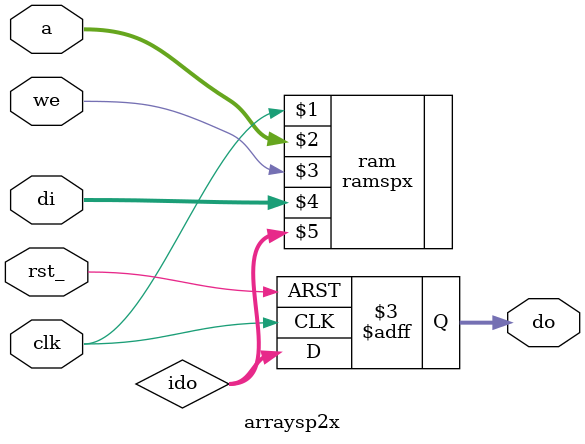
<source format=v>

module arraysp2x
    (
     clk,
     rst_,
     a,
     we,
     di,
     do
     );

parameter ADDRBIT = 11;
parameter DEPTH = 1536;
parameter WIDTH = 32;
parameter TYPE = "AUTO";        //This parameter is for synthesis only (Do not remove)
parameter MAXDEPTH = 0;

input               clk;
input               rst_;
input [ADDRBIT-1:0] a;
input               we;
input [WIDTH-1:0]   di;
output [WIDTH-1:0]  do;

wire [WIDTH-1:0]    ido;
reg [WIDTH-1:0]     do;

//wrapping logics

//output
always @ (posedge clk or negedge rst_)
    if (~rst_)  do  <= {WIDTH{1'b0}};
    else        do  <= ido;

//single-port ram instantiation
ramspx #(ADDRBIT,DEPTH,WIDTH) ram (clk,a,we,di,ido);

endmodule

</source>
